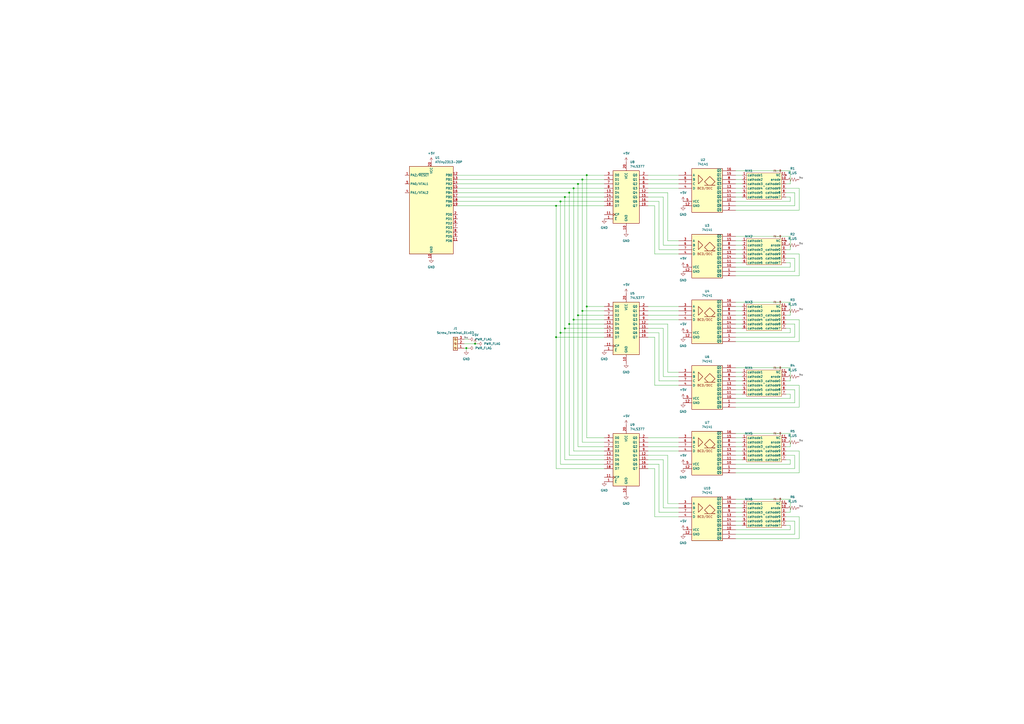
<source format=kicad_sch>
(kicad_sch (version 20230121) (generator eeschema)
  (paper "A2")
  (lib_symbols
    (symbol "74141_1"
      (property "Reference" "U" (at -15.24 1.27 0))
      (property "Value" "74141" (at 0 1.27 0))
      (symbol "74141_1_0_0"
        (polyline (pts (xy -1.778 -9.652) (xy -2.794 -9.652) (xy -2.794 -9.652)) (stroke (width 0.254)) (fill (type background)))
        (polyline (pts (xy -11.43 -3.81) (xy -11.43 -8.89) (xy -8.89 -6.35) (xy -11.43 -3.81) (xy -11.43 -3.81)) (stroke (width 0.254)) (fill (type background)))
        (polyline (pts (xy -3.81 -9.652) (xy -1.778 -7.62) (xy -4.826 -4.572) (xy -7.874 -7.62) (xy -5.842 -9.652) (xy -7.874 -9.652) (xy -1.778 -9.652)) (stroke (width 0.254)) (fill (type background)))
        (text "BCD/DEC" (at -7.62 -11.43 0) (effects (font (size 1.27 1.27))))
      )
      (symbol "74141_1_0_1"
        (rectangle (start -15.24 0) (end 2.54 -25.4) (stroke (width 0.254)) (fill (type background)))
      )
      (symbol "74141_1_1_0"
        (pin power_in line (at -20.32 -21.59 0) (length 5.08) (name "GND") (number "12"))
        (pin power_in line (at -20.32 -19.05 0) (length 5.08) (name "VCC") (number "5"))
      )
      (symbol "74141_1_1_1"
        (pin open_collector line (at 10.16 -21.59 180) (length 7.62) (name "~{Q8}") (number "1"))
        (pin open_collector line (at 10.16 -19.05 180) (length 7.62) (name "~{Q7}") (number "10"))
        (pin open_collector line (at 10.16 -16.51 180) (length 7.62) (name "~{Q6}") (number "11"))
        (pin open_collector line (at 10.16 -11.43 180) (length 7.62) (name "~{Q4}") (number "13"))
        (pin open_collector line (at 10.16 -13.97 180) (length 7.62) (name "~{Q5}") (number "14"))
        (pin open_collector line (at 10.16 -3.81 180) (length 7.62) (name "~{Q1}") (number "15"))
        (pin open_collector line (at 10.16 -1.27 180) (length 7.62) (name "~{Q0}") (number "16"))
        (pin open_collector line (at 10.16 -24.13 180) (length 7.62) (name "~{Q9}") (number "2"))
        (pin input line (at -22.86 -3.81 0) (length 7.62) (name "A") (number "3"))
        (pin input line (at -22.86 -11.43 0) (length 7.62) (name "D") (number "4"))
        (pin input line (at -22.86 -6.35 0) (length 7.62) (name "B") (number "6"))
        (pin input line (at -22.86 -8.89 0) (length 7.62) (name "C") (number "7"))
        (pin open_collector line (at 10.16 -6.35 180) (length 7.62) (name "~{Q2}") (number "8"))
        (pin open_collector line (at 10.16 -8.89 180) (length 7.62) (name "~{Q3}") (number "9"))
      )
    )
    (symbol "74xx:74LS377" (pin_names (offset 1.016))
      (property "Reference" "U" (at -7.62 16.51 0))
      (property "Value" "74LS377" (at -7.62 -16.51 0))
      (symbol "74LS377_1_0"
        (pin input line (at -12.7 -12.7 0) (length 5.08) (name "~{E}") (number "1"))
        (pin power_in line (at 0 -20.32 90) (length 5.08) (name "GND") (number "10"))
        (pin input clock (at -12.7 -10.16 0) (length 5.08) (name "CP") (number "11"))
        (pin output line (at 12.7 2.54 180) (length 5.08) (name "Q4") (number "12"))
        (pin input line (at -12.7 2.54 0) (length 5.08) (name "D4") (number "13"))
        (pin input line (at -12.7 0 0) (length 5.08) (name "D5") (number "14"))
        (pin output line (at 12.7 0 180) (length 5.08) (name "Q5") (number "15"))
        (pin output line (at 12.7 -2.54 180) (length 5.08) (name "Q6") (number "16"))
        (pin input line (at -12.7 -2.54 0) (length 5.08) (name "D6") (number "17"))
        (pin input line (at -12.7 -5.08 0) (length 5.08) (name "D7") (number "18"))
        (pin output line (at 12.7 -5.08 180) (length 5.08) (name "Q7") (number "19"))
        (pin output line (at 12.7 12.7 180) (length 5.08) (name "Q0") (number "2"))
        (pin power_in line (at 0 20.32 270) (length 5.08) (name "VCC") (number "20"))
        (pin input line (at -12.7 12.7 0) (length 5.08) (name "D0") (number "3"))
        (pin input line (at -12.7 10.16 0) (length 5.08) (name "D1") (number "4"))
        (pin output line (at 12.7 10.16 180) (length 5.08) (name "Q1") (number "5"))
        (pin output line (at 12.7 7.62 180) (length 5.08) (name "Q2") (number "6"))
        (pin input line (at -12.7 7.62 0) (length 5.08) (name "D2") (number "7"))
        (pin input line (at -12.7 5.08 0) (length 5.08) (name "D3") (number "8"))
        (pin output line (at 12.7 5.08 180) (length 5.08) (name "Q3") (number "9"))
      )
      (symbol "74LS377_1_1"
        (rectangle (start -7.62 15.24) (end 7.62 -15.24) (stroke (width 0.254)) (fill (type background)))
      )
    )
    (symbol "Connector:Screw_Terminal_01x03" (pin_names (offset 1.016) hide)
      (property "Reference" "J" (at 0 5.08 0))
      (property "Value" "Screw_Terminal_01x03" (at 0 -5.08 0))
      (symbol "Screw_Terminal_01x03_1_1"
        (rectangle (start -1.27 3.81) (end 1.27 -3.81) (stroke (width 0.254)) (fill (type background)))
        (circle (center 0 -2.54) (radius 0.635) (stroke (width 0.1524)))
        (polyline (pts (xy -0.5334 -2.2098) (xy 0.3302 -3.048)) (stroke (width 0.1524)))
        (polyline (pts (xy -0.5334 0.3302) (xy 0.3302 -0.508)) (stroke (width 0.1524)))
        (polyline (pts (xy -0.5334 2.8702) (xy 0.3302 2.032)) (stroke (width 0.1524)))
        (polyline (pts (xy -0.3556 -2.032) (xy 0.508 -2.8702)) (stroke (width 0.1524)))
        (polyline (pts (xy -0.3556 0.508) (xy 0.508 -0.3302)) (stroke (width 0.1524)))
        (polyline (pts (xy -0.3556 3.048) (xy 0.508 2.2098)) (stroke (width 0.1524)))
        (circle (center 0 0) (radius 0.635) (stroke (width 0.1524)))
        (circle (center 0 2.54) (radius 0.635) (stroke (width 0.1524)))
        (pin passive line (at -5.08 2.54 0) (length 3.81) (name "Pin_1") (number "1"))
        (pin passive line (at -5.08 0 0) (length 3.81) (name "Pin_2") (number "2"))
        (pin passive line (at -5.08 -2.54 0) (length 3.81) (name "Pin_3") (number "3"))
      )
    )
    (symbol "Device:R_US" (pin_numbers hide) (pin_names (offset 0))
      (property "Reference" "R" (at 2.54 0 90))
      (property "Value" "R_US" (at -2.54 0 90))
      (symbol "R_US_0_1"
        (polyline (pts (xy 0 -2.286) (xy 0 -2.54)))
        (polyline (pts (xy 0 2.286) (xy 0 2.54)))
        (polyline (pts (xy 0 -0.762) (xy 1.016 -1.143) (xy 0 -1.524) (xy -1.016 -1.905) (xy 0 -2.286)))
        (polyline (pts (xy 0 0.762) (xy 1.016 0.381) (xy 0 0) (xy -1.016 -0.381) (xy 0 -0.762)))
        (polyline (pts (xy 0 2.286) (xy 1.016 1.905) (xy 0 1.524) (xy -1.016 1.143) (xy 0 0.762)))
      )
      (symbol "R_US_1_1"
        (pin passive line (at 0 3.81 270) (length 1.27) (name "~") (number "1"))
        (pin passive line (at 0 -3.81 90) (length 1.27) (name "~") (number "2"))
      )
    )
    (symbol "MCU_Microchip_ATtiny:ATtiny2313-20P"
      (property "Reference" "U" (at -12.7 26.67 0))
      (property "Value" "ATtiny2313-20P" (at 2.54 -26.67 0))
      (symbol "ATtiny2313-20P_0_1"
        (rectangle (start -12.7 -25.4) (end 12.7 25.4) (stroke (width 0.254)) (fill (type background)))
      )
      (symbol "ATtiny2313-20P_1_1"
        (pin bidirectional line (at -15.24 20.32 0) (length 2.54) (name "PA2/~{RESET}") (number "1"))
        (pin power_in line (at 0 -27.94 90) (length 2.54) (name "GND") (number "10"))
        (pin bidirectional line (at 15.24 -17.78 180) (length 2.54) (name "PD6") (number "11"))
        (pin bidirectional line (at 15.24 20.32 180) (length 2.54) (name "PB0") (number "12"))
        (pin bidirectional line (at 15.24 17.78 180) (length 2.54) (name "PB1") (number "13"))
        (pin bidirectional line (at 15.24 15.24 180) (length 2.54) (name "PB2") (number "14"))
        (pin bidirectional line (at 15.24 12.7 180) (length 2.54) (name "PB3") (number "15"))
        (pin bidirectional line (at 15.24 10.16 180) (length 2.54) (name "PB4") (number "16"))
        (pin bidirectional line (at 15.24 7.62 180) (length 2.54) (name "PB5") (number "17"))
        (pin bidirectional line (at 15.24 5.08 180) (length 2.54) (name "PB6") (number "18"))
        (pin bidirectional line (at 15.24 2.54 180) (length 2.54) (name "PB7") (number "19"))
        (pin bidirectional line (at 15.24 -2.54 180) (length 2.54) (name "PD0") (number "2"))
        (pin power_in line (at 0 27.94 270) (length 2.54) (name "VCC") (number "20"))
        (pin bidirectional line (at 15.24 -5.08 180) (length 2.54) (name "PD1") (number "3"))
        (pin bidirectional line (at -15.24 10.16 0) (length 2.54) (name "PA1/XTAL2") (number "4"))
        (pin bidirectional line (at -15.24 15.24 0) (length 2.54) (name "PA0/XTAL1") (number "5"))
        (pin bidirectional line (at 15.24 -7.62 180) (length 2.54) (name "PD2") (number "6"))
        (pin bidirectional line (at 15.24 -10.16 180) (length 2.54) (name "PD3") (number "7"))
        (pin bidirectional line (at 15.24 -12.7 180) (length 2.54) (name "PD4") (number "8"))
        (pin bidirectional line (at 15.24 -15.24 180) (length 2.54) (name "PD5") (number "9"))
      )
    )
    (symbol "nixie_symbols:74141"
      (property "Reference" "U" (at -15.24 1.27 0))
      (property "Value" "74141" (at 0 1.27 0))
      (symbol "74141_0_0"
        (polyline (pts (xy -1.778 -9.652) (xy -2.794 -9.652) (xy -2.794 -9.652)) (stroke (width 0.254)) (fill (type background)))
        (polyline (pts (xy -11.43 -3.81) (xy -11.43 -8.89) (xy -8.89 -6.35) (xy -11.43 -3.81) (xy -11.43 -3.81)) (stroke (width 0.254)) (fill (type background)))
        (polyline (pts (xy -3.81 -9.652) (xy -1.778 -7.62) (xy -4.826 -4.572) (xy -7.874 -7.62) (xy -5.842 -9.652) (xy -7.874 -9.652) (xy -1.778 -9.652)) (stroke (width 0.254)) (fill (type background)))
        (text "BCD/DEC" (at -7.62 -11.43 0) (effects (font (size 1.27 1.27))))
      )
      (symbol "74141_0_1"
        (rectangle (start -15.24 0) (end 2.54 -25.4) (stroke (width 0.254)) (fill (type background)))
      )
      (symbol "74141_1_0"
        (pin power_in line (at -20.32 -21.59 0) (length 5.08) (name "GND") (number "12"))
        (pin power_in line (at -20.32 -19.05 0) (length 5.08) (name "VCC") (number "5"))
      )
      (symbol "74141_1_1"
        (pin open_collector line (at 10.16 -21.59 180) (length 7.62) (name "~{Q8}") (number "1"))
        (pin open_collector line (at 10.16 -19.05 180) (length 7.62) (name "~{Q7}") (number "10"))
        (pin open_collector line (at 10.16 -16.51 180) (length 7.62) (name "~{Q6}") (number "11"))
        (pin open_collector line (at 10.16 -11.43 180) (length 7.62) (name "~{Q4}") (number "13"))
        (pin open_collector line (at 10.16 -13.97 180) (length 7.62) (name "~{Q5}") (number "14"))
        (pin open_collector line (at 10.16 -3.81 180) (length 7.62) (name "~{Q1}") (number "15"))
        (pin open_collector line (at 10.16 -1.27 180) (length 7.62) (name "~{Q0}") (number "16"))
        (pin open_collector line (at 10.16 -24.13 180) (length 7.62) (name "~{Q9}") (number "2"))
        (pin input line (at -22.86 -3.81 0) (length 7.62) (name "A") (number "3"))
        (pin input line (at -22.86 -11.43 0) (length 7.62) (name "D") (number "4"))
        (pin input line (at -22.86 -6.35 0) (length 7.62) (name "B") (number "6"))
        (pin input line (at -22.86 -8.89 0) (length 7.62) (name "C") (number "7"))
        (pin open_collector line (at 10.16 -6.35 180) (length 7.62) (name "~{Q2}") (number "8"))
        (pin open_collector line (at 10.16 -8.89 180) (length 7.62) (name "~{Q3}") (number "9"))
      )
    )
    (symbol "nixie_symbols:in-8" (in_bom no)
      (property "Reference" "NIX" (at -8.89 8.89 0))
      (symbol "in-8_1_1"
        (rectangle (start -10.16 7.62) (end 10.16 -7.62) (fill (type background)))
        (text "IN-8" (at 7.62 8.89 0) (effects (font (size 1.27 1.27))))
        (pin passive line (at 12.7 1.27 180) (length 2.54) (name "cathode0") (number "0"))
        (pin passive line (at -12.7 6.35 0) (length 2.54) (name "cathode1") (number "1"))
        (pin passive line (at 12.7 3.81 180) (length 2.54) (name "anode") (number "10"))
        (pin no_connect line (at 12.7 6.35 180) (length 2.54) (name "NC") (number "11"))
        (pin passive line (at -12.7 3.81 0) (length 2.54) (name "cathode2") (number "2"))
        (pin passive line (at -12.7 1.27 0) (length 2.54) (name "cathode3") (number "3"))
        (pin passive line (at -12.7 -1.27 0) (length 2.54) (name "cathode4") (number "4"))
        (pin passive line (at -12.7 -3.81 0) (length 2.54) (name "cathode5") (number "5"))
        (pin passive line (at -12.7 -6.35 0) (length 2.54) (name "cathode6") (number "6"))
        (pin passive line (at 12.7 -6.35 180) (length 2.54) (name "cathode7") (number "7"))
        (pin passive line (at 12.7 -3.81 180) (length 2.54) (name "cathode8") (number "8"))
        (pin passive line (at 12.7 -1.27 180) (length 2.54) (name "cathode9") (number "9"))
      )
    )
    (symbol "power:+5V" (power) (pin_names (offset 0))
      (property "Value" "+5V" (at 0 3.556 0))
      (symbol "+5V_0_1"
        (polyline (pts (xy -0.762 1.27) (xy 0 2.54)))
        (polyline (pts (xy 0 0) (xy 0 2.54)))
        (polyline (pts (xy 0 2.54) (xy 0.762 1.27)))
      )
      (symbol "+5V_1_1"
        (pin power_in line (at 0 0 90) (length 0) hide (name "+5V") (number "1"))
      )
    )
    (symbol "power:GND" (power) (pin_names (offset 0))
      (property "Value" "GND" (at 0 -3.81 0))
      (symbol "GND_0_1"
        (polyline (pts (xy 0 0) (xy 0 -1.27) (xy 1.27 -1.27) (xy 0 -2.54) (xy -1.27 -1.27) (xy 0 -1.27)))
      )
      (symbol "GND_1_1"
        (pin power_in line (at 0 0 270) (length 0) hide (name "GND") (number "1"))
      )
    )
    (symbol "power:PWR_FLAG" (power) (pin_numbers hide) (pin_names (offset 0) hide)
      (property "Value" "PWR_FLAG" (at 0 3.81 0))
      (symbol "PWR_FLAG_0_0"
        (pin power_out line (at 0 0 90) (length 0) (name "pwr") (number "1"))
      )
      (symbol "PWR_FLAG_0_1"
        (polyline (pts (xy 0 0) (xy 0 1.27) (xy -1.016 1.905) (xy 0 2.54) (xy 1.016 1.905) (xy 0 1.27)))
      )
    )
  )
  (junction (at 337.82 180.34))
  (junction (at 270.51 201.93))
  (junction (at 325.12 116.84))
  (junction (at 275.59 199.39))
  (junction (at 322.58 195.58))
  (junction (at 337.82 104.14))
  (junction (at 335.28 106.68))
  (junction (at 322.58 119.38))
  (junction (at 340.36 101.6))
  (junction (at 340.36 177.8))
  (junction (at 332.74 109.22))
  (junction (at 327.66 190.5))
  (junction (at 327.66 114.3))
  (junction (at 335.28 182.88))
  (junction (at 325.12 193.04))
  (junction (at 330.2 111.76))
  (junction (at 330.2 187.96))
  (junction (at 332.74 185.42))
  (wire (pts (xy 375.92 114.3) (xy 384.81 114.3)))
  (wire (pts (xy 458.47 116.84) (xy 458.47 114.3)))
  (wire (pts (xy 375.92 185.42) (xy 393.7 185.42)))
  (wire (pts (xy 463.55 185.42) (xy 455.93 185.42)))
  (wire (pts (xy 426.72 297.18) (xy 430.53 297.18)))
  (wire (pts (xy 382.27 116.84) (xy 382.27 144.78)))
  (wire (pts (xy 461.01 264.16) (xy 455.93 264.16)))
  (wire (pts (xy 384.81 142.24) (xy 393.7 142.24)))
  (wire (pts (xy 426.72 106.68) (xy 430.53 106.68)))
  (wire (pts (xy 337.82 256.54) (xy 337.82 180.34)))
  (wire (pts (xy 350.52 185.42) (xy 332.74 185.42)))
  (wire (pts (xy 426.72 157.48) (xy 461.01 157.48)))
  (wire (pts (xy 458.47 297.18) (xy 455.93 297.18)))
  (wire (pts (xy 463.55 109.22) (xy 455.93 109.22)))
  (wire (pts (xy 426.72 289.56) (xy 458.47 289.56)))
  (wire (pts (xy 375.92 259.08) (xy 393.7 259.08)))
  (wire (pts (xy 382.27 297.18) (xy 393.7 297.18)))
  (wire (pts (xy 458.47 231.14) (xy 458.47 228.6)))
  (wire (pts (xy 330.2 111.76) (xy 350.52 111.76)))
  (wire (pts (xy 375.92 106.68) (xy 393.7 106.68)))
  (wire (pts (xy 458.47 137.16) (xy 458.47 144.78)))
  (wire (pts (xy 426.72 104.14) (xy 430.53 104.14)))
  (wire (pts (xy 332.74 109.22) (xy 350.52 109.22)))
  (wire (pts (xy 458.47 289.56) (xy 458.47 297.18)))
  (wire (pts (xy 350.52 177.8) (xy 340.36 177.8)))
  (wire (pts (xy 350.52 266.7) (xy 327.66 266.7)))
  (wire (pts (xy 426.72 274.32) (xy 463.55 274.32)))
  (wire (pts (xy 426.72 294.64) (xy 430.53 294.64)))
  (wire (pts (xy 340.36 254) (xy 340.36 177.8)))
  (wire (pts (xy 426.72 228.6) (xy 430.53 228.6)))
  (wire (pts (xy 455.93 114.3) (xy 458.47 114.3)))
  (wire (pts (xy 384.81 266.7) (xy 384.81 294.64)))
  (wire (pts (xy 265.43 111.76) (xy 330.2 111.76)))
  (wire (pts (xy 426.72 182.88) (xy 430.53 182.88)))
  (wire (pts (xy 375.92 264.16) (xy 387.35 264.16)))
  (wire (pts (xy 463.55 223.52) (xy 455.93 223.52)))
  (wire (pts (xy 269.24 201.93) (xy 270.51 201.93)))
  (wire (pts (xy 461.01 226.06) (xy 461.01 233.68)))
  (wire (pts (xy 379.73 119.38) (xy 375.92 119.38)))
  (wire (pts (xy 426.72 193.04) (xy 458.47 193.04)))
  (wire (pts (xy 426.72 185.42) (xy 430.53 185.42)))
  (wire (pts (xy 426.72 259.08) (xy 430.53 259.08)))
  (wire (pts (xy 461.01 226.06) (xy 455.93 226.06)))
  (wire (pts (xy 325.12 193.04) (xy 325.12 116.84)))
  (wire (pts (xy 458.47 307.34) (xy 458.47 304.8)))
  (wire (pts (xy 327.66 114.3) (xy 350.52 114.3)))
  (wire (pts (xy 426.72 99.06) (xy 458.47 99.06)))
  (wire (pts (xy 426.72 223.52) (xy 430.53 223.52)))
  (wire (pts (xy 332.74 185.42) (xy 332.74 109.22)))
  (wire (pts (xy 426.72 101.6) (xy 430.53 101.6)))
  (wire (pts (xy 340.36 177.8) (xy 340.36 101.6)))
  (wire (pts (xy 335.28 182.88) (xy 335.28 106.68)))
  (wire (pts (xy 455.93 152.4) (xy 458.47 152.4)))
  (wire (pts (xy 379.73 147.32) (xy 379.73 119.38)))
  (wire (pts (xy 426.72 251.46) (xy 458.47 251.46)))
  (wire (pts (xy 350.52 190.5) (xy 327.66 190.5)))
  (wire (pts (xy 387.35 139.7) (xy 393.7 139.7)))
  (wire (pts (xy 350.52 259.08) (xy 335.28 259.08)))
  (wire (pts (xy 375.92 116.84) (xy 382.27 116.84)))
  (wire (pts (xy 426.72 160.02) (xy 463.55 160.02)))
  (wire (pts (xy 384.81 294.64) (xy 393.7 294.64)))
  (wire (pts (xy 350.52 256.54) (xy 337.82 256.54)))
  (wire (pts (xy 426.72 137.16) (xy 458.47 137.16)))
  (wire (pts (xy 426.72 144.78) (xy 430.53 144.78)))
  (wire (pts (xy 375.92 109.22) (xy 393.7 109.22)))
  (wire (pts (xy 426.72 139.7) (xy 430.53 139.7)))
  (wire (pts (xy 426.72 111.76) (xy 430.53 111.76)))
  (wire (pts (xy 426.72 312.42) (xy 463.55 312.42)))
  (wire (pts (xy 426.72 218.44) (xy 430.53 218.44)))
  (wire (pts (xy 375.92 190.5) (xy 384.81 190.5)))
  (wire (pts (xy 461.01 264.16) (xy 461.01 271.78)))
  (wire (pts (xy 461.01 187.96) (xy 461.01 195.58)))
  (wire (pts (xy 327.66 190.5) (xy 327.66 114.3)))
  (wire (pts (xy 375.92 182.88) (xy 393.7 182.88)))
  (wire (pts (xy 265.43 104.14) (xy 337.82 104.14)))
  (wire (pts (xy 455.93 228.6) (xy 458.47 228.6)))
  (wire (pts (xy 426.72 147.32) (xy 430.53 147.32)))
  (wire (pts (xy 461.01 149.86) (xy 461.01 157.48)))
  (wire (pts (xy 375.92 256.54) (xy 393.7 256.54)))
  (wire (pts (xy 455.93 190.5) (xy 458.47 190.5)))
  (wire (pts (xy 350.52 254) (xy 340.36 254)))
  (wire (pts (xy 350.52 195.58) (xy 322.58 195.58)))
  (wire (pts (xy 458.47 106.68) (xy 455.93 106.68)))
  (wire (pts (xy 350.52 264.16) (xy 330.2 264.16)))
  (wire (pts (xy 379.73 271.78) (xy 375.92 271.78)))
  (wire (pts (xy 375.92 104.14) (xy 393.7 104.14)))
  (wire (pts (xy 384.81 218.44) (xy 393.7 218.44)))
  (wire (pts (xy 426.72 116.84) (xy 458.47 116.84)))
  (wire (pts (xy 322.58 119.38) (xy 350.52 119.38)))
  (wire (pts (xy 458.47 220.98) (xy 455.93 220.98)))
  (wire (pts (xy 455.93 304.8) (xy 458.47 304.8)))
  (wire (pts (xy 458.47 144.78) (xy 455.93 144.78)))
  (wire (pts (xy 458.47 193.04) (xy 458.47 190.5)))
  (wire (pts (xy 375.92 187.96) (xy 387.35 187.96)))
  (wire (pts (xy 375.92 261.62) (xy 393.7 261.62)))
  (wire (pts (xy 330.2 264.16) (xy 330.2 187.96)))
  (wire (pts (xy 463.55 236.22) (xy 463.55 223.52)))
  (wire (pts (xy 461.01 149.86) (xy 455.93 149.86)))
  (wire (pts (xy 426.72 180.34) (xy 430.53 180.34)))
  (wire (pts (xy 426.72 299.72) (xy 430.53 299.72)))
  (wire (pts (xy 458.47 182.88) (xy 455.93 182.88)))
  (wire (pts (xy 387.35 187.96) (xy 387.35 215.9)))
  (wire (pts (xy 461.01 111.76) (xy 455.93 111.76)))
  (wire (pts (xy 426.72 309.88) (xy 461.01 309.88)))
  (wire (pts (xy 350.52 180.34) (xy 337.82 180.34)))
  (wire (pts (xy 426.72 256.54) (xy 430.53 256.54)))
  (wire (pts (xy 426.72 254) (xy 430.53 254)))
  (wire (pts (xy 426.72 307.34) (xy 458.47 307.34)))
  (wire (pts (xy 426.72 190.5) (xy 430.53 190.5)))
  (wire (pts (xy 426.72 175.26) (xy 458.47 175.26)))
  (wire (pts (xy 426.72 142.24) (xy 430.53 142.24)))
  (wire (pts (xy 393.7 223.52) (xy 379.73 223.52)))
  (wire (pts (xy 375.92 180.34) (xy 393.7 180.34)))
  (wire (pts (xy 332.74 261.62) (xy 332.74 185.42)))
  (wire (pts (xy 461.01 302.26) (xy 461.01 309.88)))
  (wire (pts (xy 426.72 215.9) (xy 430.53 215.9)))
  (wire (pts (xy 384.81 114.3) (xy 384.81 142.24)))
  (wire (pts (xy 387.35 264.16) (xy 387.35 292.1)))
  (wire (pts (xy 463.55 261.62) (xy 455.93 261.62)))
  (wire (pts (xy 375.92 266.7) (xy 384.81 266.7)))
  (wire (pts (xy 350.52 187.96) (xy 330.2 187.96)))
  (wire (pts (xy 350.52 193.04) (xy 325.12 193.04)))
  (wire (pts (xy 335.28 259.08) (xy 335.28 182.88)))
  (wire (pts (xy 335.28 106.68) (xy 350.52 106.68)))
  (wire (pts (xy 426.72 271.78) (xy 461.01 271.78)))
  (wire (pts (xy 426.72 264.16) (xy 430.53 264.16)))
  (wire (pts (xy 458.47 251.46) (xy 458.47 259.08)))
  (wire (pts (xy 426.72 114.3) (xy 430.53 114.3)))
  (wire (pts (xy 375.92 193.04) (xy 382.27 193.04)))
  (wire (pts (xy 270.51 203.2) (xy 270.51 201.93)))
  (wire (pts (xy 375.92 101.6) (xy 393.7 101.6)))
  (wire (pts (xy 387.35 292.1) (xy 393.7 292.1)))
  (wire (pts (xy 426.72 220.98) (xy 430.53 220.98)))
  (wire (pts (xy 426.72 154.94) (xy 458.47 154.94)))
  (wire (pts (xy 426.72 213.36) (xy 458.47 213.36)))
  (wire (pts (xy 426.72 236.22) (xy 463.55 236.22)))
  (wire (pts (xy 265.43 114.3) (xy 327.66 114.3)))
  (wire (pts (xy 458.47 259.08) (xy 455.93 259.08)))
  (wire (pts (xy 426.72 152.4) (xy 430.53 152.4)))
  (wire (pts (xy 269.24 199.39) (xy 275.59 199.39)))
  (wire (pts (xy 375.92 111.76) (xy 387.35 111.76)))
  (wire (pts (xy 265.43 119.38) (xy 322.58 119.38)))
  (wire (pts (xy 269.24 196.85) (xy 271.78 196.85)))
  (wire (pts (xy 426.72 119.38) (xy 461.01 119.38)))
  (wire (pts (xy 461.01 302.26) (xy 455.93 302.26)))
  (wire (pts (xy 461.01 111.76) (xy 461.01 119.38)))
  (wire (pts (xy 426.72 187.96) (xy 430.53 187.96)))
  (wire (pts (xy 375.92 177.8) (xy 393.7 177.8)))
  (wire (pts (xy 322.58 271.78) (xy 322.58 195.58)))
  (wire (pts (xy 393.7 299.72) (xy 379.73 299.72)))
  (wire (pts (xy 426.72 233.68) (xy 461.01 233.68)))
  (wire (pts (xy 330.2 187.96) (xy 330.2 111.76)))
  (wire (pts (xy 426.72 109.22) (xy 430.53 109.22)))
  (wire (pts (xy 426.72 121.92) (xy 463.55 121.92)))
  (wire (pts (xy 379.73 195.58) (xy 375.92 195.58)))
  (wire (pts (xy 463.55 121.92) (xy 463.55 109.22)))
  (wire (pts (xy 350.52 182.88) (xy 335.28 182.88)))
  (wire (pts (xy 458.47 269.24) (xy 458.47 266.7)))
  (wire (pts (xy 393.7 147.32) (xy 379.73 147.32)))
  (wire (pts (xy 426.72 149.86) (xy 430.53 149.86)))
  (wire (pts (xy 265.43 109.22) (xy 332.74 109.22)))
  (wire (pts (xy 382.27 144.78) (xy 393.7 144.78)))
  (wire (pts (xy 463.55 147.32) (xy 455.93 147.32)))
  (wire (pts (xy 426.72 195.58) (xy 461.01 195.58)))
  (wire (pts (xy 325.12 116.84) (xy 350.52 116.84)))
  (wire (pts (xy 426.72 304.8) (xy 430.53 304.8)))
  (wire (pts (xy 265.43 101.6) (xy 340.36 101.6)))
  (wire (pts (xy 426.72 261.62) (xy 430.53 261.62)))
  (wire (pts (xy 382.27 269.24) (xy 382.27 297.18)))
  (wire (pts (xy 463.55 160.02) (xy 463.55 147.32)))
  (wire (pts (xy 387.35 111.76) (xy 387.35 139.7)))
  (wire (pts (xy 426.72 292.1) (xy 430.53 292.1)))
  (wire (pts (xy 337.82 104.14) (xy 350.52 104.14)))
  (wire (pts (xy 265.43 106.68) (xy 335.28 106.68)))
  (wire (pts (xy 337.82 180.34) (xy 337.82 104.14)))
  (wire (pts (xy 379.73 299.72) (xy 379.73 271.78)))
  (wire (pts (xy 270.51 201.93) (xy 271.78 201.93)))
  (wire (pts (xy 265.43 116.84) (xy 325.12 116.84)))
  (wire (pts (xy 463.55 312.42) (xy 463.55 299.72)))
  (wire (pts (xy 426.72 177.8) (xy 430.53 177.8)))
  (wire (pts (xy 458.47 175.26) (xy 458.47 182.88)))
  (wire (pts (xy 322.58 195.58) (xy 322.58 119.38)))
  (wire (pts (xy 387.35 215.9) (xy 393.7 215.9)))
  (wire (pts (xy 458.47 213.36) (xy 458.47 220.98)))
  (wire (pts (xy 426.72 302.26) (xy 430.53 302.26)))
  (wire (pts (xy 455.93 266.7) (xy 458.47 266.7)))
  (wire (pts (xy 382.27 220.98) (xy 393.7 220.98)))
  (wire (pts (xy 340.36 101.6) (xy 350.52 101.6)))
  (wire (pts (xy 375.92 269.24) (xy 382.27 269.24)))
  (wire (pts (xy 426.72 269.24) (xy 458.47 269.24)))
  (wire (pts (xy 350.52 271.78) (xy 322.58 271.78)))
  (wire (pts (xy 384.81 190.5) (xy 384.81 218.44)))
  (wire (pts (xy 327.66 266.7) (xy 327.66 190.5)))
  (wire (pts (xy 463.55 274.32) (xy 463.55 261.62)))
  (wire (pts (xy 350.52 269.24) (xy 325.12 269.24)))
  (wire (pts (xy 426.72 266.7) (xy 430.53 266.7)))
  (wire (pts (xy 426.72 231.14) (xy 458.47 231.14)))
  (wire (pts (xy 426.72 226.06) (xy 430.53 226.06)))
  (wire (pts (xy 325.12 269.24) (xy 325.12 193.04)))
  (wire (pts (xy 463.55 198.12) (xy 463.55 185.42)))
  (wire (pts (xy 463.55 299.72) (xy 455.93 299.72)))
  (wire (pts (xy 350.52 261.62) (xy 332.74 261.62)))
  (wire (pts (xy 379.73 223.52) (xy 379.73 195.58)))
  (wire (pts (xy 275.59 199.39) (xy 276.86 199.39)))
  (wire (pts (xy 375.92 254) (xy 393.7 254)))
  (wire (pts (xy 426.72 198.12) (xy 463.55 198.12)))
  (wire (pts (xy 382.27 193.04) (xy 382.27 220.98)))
  (wire (pts (xy 458.47 99.06) (xy 458.47 106.68)))
  (wire (pts (xy 461.01 187.96) (xy 455.93 187.96)))
  (wire (pts (xy 458.47 154.94) (xy 458.47 152.4)))
  (label "hv" (at 463.55 180.34 0))
  (label "hv" (at 269.24 196.85 0))
  (label "hv" (at 463.55 142.24 0))
  (label "hv" (at 463.55 256.54 0))
  (label "hv" (at 463.55 104.14 0))
  (label "hv" (at 463.55 294.64 0))
  (label "hv" (at 463.55 218.44 0))
  (symbol (lib_id "power:+5V") (at 363.22 170.18 0) (unit 1)
    (property "Reference" "#PWR019" (effects hide))
    (property "Value" "+5V" (at 363.22 165.1 0))
  )
  (symbol (lib_id "Device:R_US") (at 459.74 180.34 90) (unit 1)
    (property "Reference" "R3" (at 459.74 173.99 90))
    (property "Value" "R_US" (at 459.74 176.53 90))
  )
  (symbol (lib_id "power:GND") (at 396.24 195.58 0) (unit 1)
    (property "Reference" "#PWR05" (effects hide))
    (property "Value" "GND" (at 396.24 200.66 0))
  )
  (symbol (lib_id "power:GND") (at 250.19 149.86 0) (unit 1)
    (property "Reference" "#PWR024" (effects hide))
    (property "Value" "GND" (at 250.19 154.94 0))
  )
  (symbol (lib_id "nixie_symbols:in-8") (at 443.23 260.35 0) (unit 1) (in_bom no)
    (property "Reference" "NIX5" (at 434.34 251.46 0))
    (property "Value" "~" (at 443.23 260.35 0))
    (property "Footprint" "nixie:in-8" (effects hide))
  )
  (symbol (lib_id "nixie_symbols:74141") (at 416.56 250.19 0) (unit 1)
    (property "Reference" "U7" (at 410.21 245.11 0))
    (property "Value" "74141" (at 410.21 247.65 0))
    (property "Footprint" "Package_DIP:DIP-16_W7.62mm" (effects hide))
  )
  (symbol (lib_id "nixie_symbols:in-8") (at 443.23 146.05 0) (unit 1) (in_bom no)
    (property "Reference" "NIX2" (at 434.34 137.16 0))
    (property "Value" "~" (at 443.23 146.05 0))
    (property "Footprint" "nixie:in-8" (effects hide))
  )
  (symbol (lib_id "Device:R_US") (at 459.74 142.24 90) (unit 1)
    (property "Reference" "R2" (at 459.74 135.89 90))
    (property "Value" "R_US" (at 459.74 138.43 90))
  )
  (symbol (lib_id "power:GND") (at 363.22 287.02 0) (unit 1)
    (property "Reference" "#PWR09" (effects hide))
    (property "Value" "GND" (at 363.22 292.1 0))
  )
  (symbol (lib_id "nixie_symbols:74141") (at 416.56 135.89 0) (unit 1)
    (property "Reference" "U3" (at 410.21 130.81 0))
    (property "Value" "74141" (at 410.21 133.35 0))
    (property "Footprint" "Package_DIP:DIP-16_W7.62mm" (effects hide))
  )
  (symbol (lib_id "74xx:74LS377") (at 363.22 114.3 0) (unit 1)
    (property "Reference" "U8" (at 365.4141 93.98 0) (effects (justify left)))
    (property "Value" "74LS377" (at 365.4141 96.52 0) (effects (justify left)))
    (property "Footprint" "Package_DIP:DIP-20_W7.62mm" (effects hide))
    (property "Datasheet" "http://www.ti.com/lit/gpn/sn74LS377" (effects hide))
  )
  (symbol (lib_name "74141_1") (lib_id "nixie_symbols:74141") (at 416.56 97.79 0) (unit 1)
    (property "Reference" "U2" (at 407.7335 92.71 0))
    (property "Value" "74141" (at 407.7335 95.25 0))
    (property "Footprint" "Package_DIP:DIP-16_W7.62mm" (effects hide))
  )
  (symbol (lib_id "power:GND") (at 363.22 210.82 0) (unit 1)
    (property "Reference" "#PWR08" (effects hide))
    (property "Value" "GND" (at 363.22 215.9 0))
  )
  (symbol (lib_id "power:GND") (at 363.22 134.62 0) (unit 1)
    (property "Reference" "#PWR010" (effects hide))
    (property "Value" "GND" (at 363.22 139.7 0))
  )
  (symbol (lib_id "power:+5V") (at 396.24 116.84 0) (unit 1)
    (property "Reference" "#PWR012" (effects hide))
    (property "Value" "+5V" (at 396.24 111.76 0))
  )
  (symbol (lib_id "power:PWR_FLAG") (at 271.78 196.85 270) (unit 1)
    (property "Reference" "#FLG01" (effects hide))
    (property "Value" "PWR_FLAG" (at 275.59 196.85 90) (effects (justify left)))
  )
  (symbol (lib_id "power:+5V") (at 396.24 307.34 0) (unit 1)
    (property "Reference" "#PWR017" (effects hide))
    (property "Value" "+5V" (at 396.24 302.26 0))
  )
  (symbol (lib_id "power:+5V") (at 396.24 193.04 0) (unit 1)
    (property "Reference" "#PWR014" (effects hide))
    (property "Value" "+5V" (at 396.24 187.96 0))
  )
  (symbol (lib_id "Device:R_US") (at 459.74 104.14 90) (unit 1)
    (property "Reference" "R1" (at 459.74 97.79 90))
    (property "Value" "R_US" (at 459.74 100.33 90))
  )
  (symbol (lib_id "power:PWR_FLAG") (at 276.86 199.39 270) (unit 1)
    (property "Reference" "#FLG02" (effects hide))
    (property "Value" "PWR_FLAG" (at 280.67 199.39 90) (effects (justify left)))
  )
  (symbol (lib_id "power:+5V") (at 363.22 93.98 0) (unit 1)
    (property "Reference" "#PWR011" (effects hide))
    (property "Value" "+5V" (at 363.22 88.9 0))
  )
  (symbol (lib_id "power:+5V") (at 275.59 199.39 0) (unit 1)
    (property "Reference" "#PWR020" (effects hide))
    (property "Value" "+5V" (at 275.59 194.31 0))
  )
  (symbol (lib_id "power:GND") (at 396.24 271.78 0) (unit 1)
    (property "Reference" "#PWR03" (effects hide))
    (property "Value" "GND" (at 396.24 276.86 0))
  )
  (symbol (lib_id "Device:R_US") (at 459.74 218.44 90) (unit 1)
    (property "Reference" "R4" (at 459.74 212.09 90))
    (property "Value" "R_US" (at 459.74 214.63 90))
  )
  (symbol (lib_id "power:GND") (at 350.52 203.2 0) (unit 1)
    (property "Reference" "#PWR022" (effects hide))
    (property "Value" "GND" (at 350.52 208.28 0))
  )
  (symbol (lib_id "nixie_symbols:in-8") (at 443.23 184.15 0) (unit 1) (in_bom no)
    (property "Reference" "NIX3" (at 434.34 175.26 0))
    (property "Value" "~" (at 443.23 184.15 0))
    (property "Footprint" "nixie:in-8" (effects hide))
  )
  (symbol (lib_id "nixie_symbols:in-8") (at 443.23 107.95 0) (unit 1) (in_bom no)
    (property "Reference" "NIX1" (at 434.34 99.06 0))
    (property "Value" "~" (at 443.23 107.95 0))
    (property "Footprint" "nixie:in-8" (effects hide))
  )
  (symbol (lib_id "power:+5V") (at 396.24 154.94 0) (unit 1)
    (property "Reference" "#PWR013" (effects hide))
    (property "Value" "+5V" (at 396.24 149.86 0))
  )
  (symbol (lib_id "power:GND") (at 396.24 233.68 0) (unit 1)
    (property "Reference" "#PWR04" (effects hide))
    (property "Value" "GND" (at 396.24 238.76 0))
  )
  (symbol (lib_id "74xx:74LS377") (at 363.22 190.5 0) (unit 1)
    (property "Reference" "U5" (at 365.4141 170.18 0) (effects (justify left)))
    (property "Value" "74LS377" (at 365.4141 172.72 0) (effects (justify left)))
    (property "Footprint" "Package_DIP:DIP-20_W7.62mm" (effects hide))
    (property "Datasheet" "http://www.ti.com/lit/gpn/sn74LS377" (effects hide))
  )
  (symbol (lib_id "nixie_symbols:74141") (at 416.56 288.29 0) (unit 1)
    (property "Reference" "U10" (at 410.21 283.21 0))
    (property "Value" "74141" (at 410.21 285.75 0))
    (property "Footprint" "Package_DIP:DIP-16_W7.62mm" (effects hide))
  )
  (symbol (lib_id "nixie_symbols:74141") (at 416.56 212.09 0) (unit 1)
    (property "Reference" "U6" (at 410.21 207.01 0))
    (property "Value" "74141" (at 410.21 209.55 0))
    (property "Footprint" "Package_DIP:DIP-16_W7.62mm" (effects hide))
  )
  (symbol (lib_id "power:PWR_FLAG") (at 271.78 201.93 270) (unit 1)
    (property "Reference" "#FLG03" (effects hide))
    (property "Value" "PWR_FLAG" (at 275.59 201.93 90) (effects (justify left)))
  )
  (symbol (lib_id "Device:R_US") (at 459.74 256.54 90) (unit 1)
    (property "Reference" "R5" (at 459.74 250.19 90))
    (property "Value" "R_US" (at 459.74 252.73 90))
  )
  (symbol (lib_id "Connector:Screw_Terminal_01x03") (at 264.16 199.39 180) (unit 1)
    (property "Reference" "J1" (at 264.16 190.5 0))
    (property "Value" "Screw_Terminal_01x03" (at 264.16 193.04 0))
    (property "Footprint" "TerminalBlock_MetzConnect:TerminalBlock_MetzConnect_Type055_RT01503HDWU_1x03_P5.00mm_Horizontal" (effects hide))
  )
  (symbol (lib_id "nixie_symbols:in-8") (at 443.23 298.45 0) (unit 1) (in_bom no)
    (property "Reference" "NIX6" (at 434.34 289.56 0))
    (property "Value" "~" (at 443.23 298.45 0))
    (property "Footprint" "nixie:in-8" (effects hide))
  )
  (symbol (lib_id "nixie_symbols:74141") (at 416.56 173.99 0) (unit 1)
    (property "Reference" "U4" (at 410.21 168.91 0))
    (property "Value" "74141" (at 410.21 171.45 0))
    (property "Footprint" "Package_DIP:DIP-16_W7.62mm" (effects hide))
  )
  (symbol (lib_id "Device:R_US") (at 459.74 294.64 90) (unit 1)
    (property "Reference" "R6" (at 459.74 288.29 90))
    (property "Value" "R_US" (at 459.74 290.83 90))
  )
  (symbol (lib_id "power:+5V") (at 396.24 269.24 0) (unit 1)
    (property "Reference" "#PWR016" (effects hide))
    (property "Value" "+5V" (at 396.24 264.16 0))
  )
  (symbol (lib_id "74xx:74LS377") (at 363.22 266.7 0) (unit 1)
    (property "Reference" "U9" (at 365.4141 246.38 0) (effects (justify left)))
    (property "Value" "74LS377" (at 365.4141 248.92 0) (effects (justify left)))
    (property "Footprint" "Package_DIP:DIP-20_W7.62mm" (effects hide))
    (property "Datasheet" "http://www.ti.com/lit/gpn/sn74LS377" (effects hide))
  )
  (symbol (lib_id "power:GND") (at 396.24 157.48 0) (unit 1)
    (property "Reference" "#PWR06" (effects hide))
    (property "Value" "GND" (at 396.24 162.56 0))
  )
  (symbol (lib_id "nixie_symbols:in-8") (at 443.23 222.25 0) (unit 1) (in_bom no)
    (property "Reference" "NIX4" (at 434.34 213.36 0))
    (property "Value" "~" (at 443.23 222.25 0))
    (property "Footprint" "nixie:in-8" (effects hide))
  )
  (symbol (lib_id "power:+5V") (at 363.22 246.38 0) (unit 1)
    (property "Reference" "#PWR018" (effects hide))
    (property "Value" "+5V" (at 363.22 241.3 0))
  )
  (symbol (lib_id "power:GND") (at 396.24 309.88 0) (unit 1)
    (property "Reference" "#PWR02" (effects hide))
    (property "Value" "GND" (at 396.24 314.96 0))
  )
  (symbol (lib_id "power:GND") (at 270.51 203.2 0) (unit 1)
    (property "Reference" "#PWR01" (effects hide))
    (property "Value" "GND" (at 270.51 208.28 0))
  )
  (symbol (lib_id "power:GND") (at 396.24 119.38 0) (unit 1)
    (property "Reference" "#PWR07" (effects hide))
    (property "Value" "GND" (at 396.24 124.46 0))
  )
  (symbol (lib_id "power:GND") (at 350.52 279.4 0) (unit 1)
    (property "Reference" "#PWR023" (effects hide))
    (property "Value" "GND" (at 350.52 284.48 0))
  )
  (symbol (lib_id "MCU_Microchip_ATtiny:ATtiny2313-20P") (at 250.19 121.92 0) (unit 1)
    (property "Reference" "U1" (at 252.3841 91.44 0) (effects (justify left)))
    (property "Value" "ATtiny2313-20P" (at 252.3841 93.98 0) (effects (justify left)))
    (property "Footprint" "Package_DIP:DIP-20_W7.62mm" (effects hide))
    (property "Datasheet" "http://ww1.microchip.com/downloads/en/DeviceDoc/Atmel-2543-AVR-ATtiny2313_Datasheet.pdf" (effects hide))
  )
  (symbol (lib_id "power:+5V") (at 396.24 231.14 0) (unit 1)
    (property "Reference" "#PWR015" (effects hide))
    (property "Value" "+5V" (at 396.24 226.06 0))
  )
  (symbol (lib_id "power:GND") (at 350.52 127 0) (unit 1)
    (property "Reference" "#PWR021" (effects hide))
    (property "Value" "GND" (at 350.52 132.08 0))
  )
  (symbol (lib_id "power:+5V") (at 250.19 93.98 0) (unit 1)
    (property "Reference" "#PWR025" (effects hide))
    (property "Value" "+5V" (at 250.19 88.9 0))
  )
)
</source>
